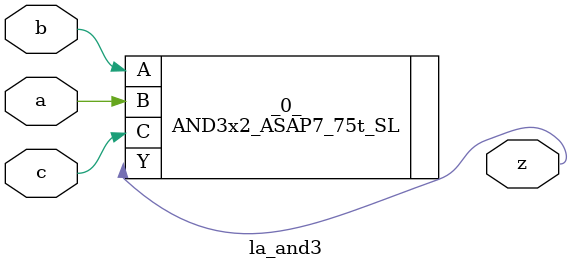
<source format=v>

/* Generated by Yosys 0.44 (git sha1 80ba43d26, g++ 11.4.0-1ubuntu1~22.04 -fPIC -O3) */

(* top =  1  *)
(* src = "generated" *)
module la_and3 (
    a,
    b,
    c,
    z
);
  (* src = "generated" *)
  input a;
  wire a;
  (* src = "generated" *)
  input b;
  wire b;
  (* src = "generated" *)
  input c;
  wire c;
  (* src = "generated" *)
  output z;
  wire z;
  AND3x2_ASAP7_75t_SL _0_ (
      .A(b),
      .B(a),
      .C(c),
      .Y(z)
  );
endmodule

</source>
